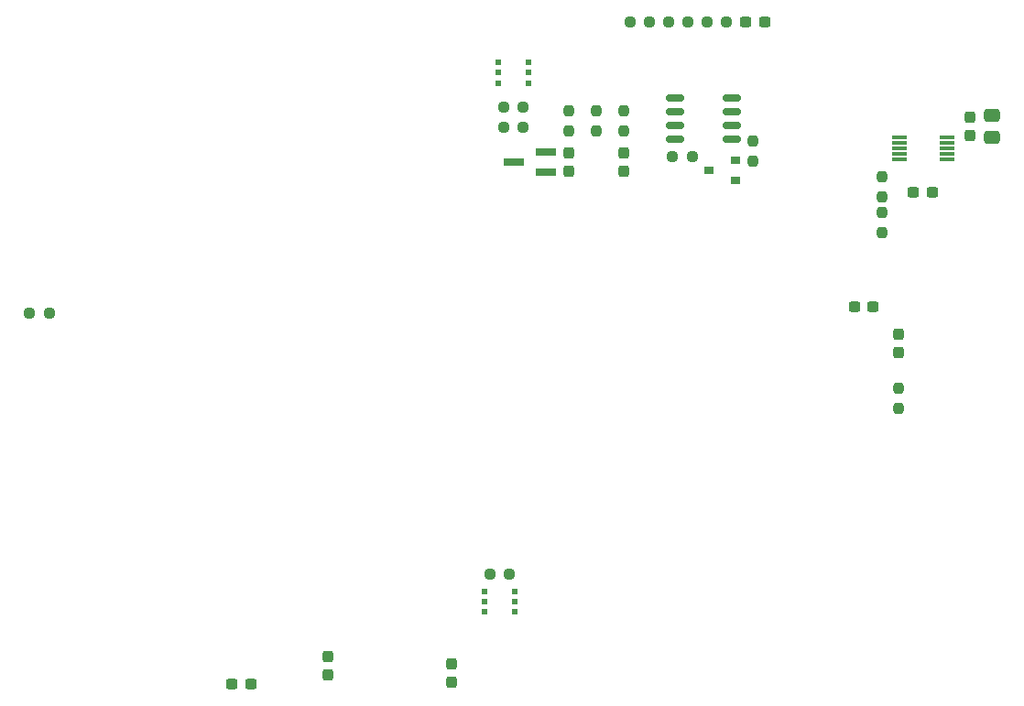
<source format=gbr>
%TF.GenerationSoftware,KiCad,Pcbnew,(6.0.7)*%
%TF.CreationDate,2023-06-24T17:20:50+09:00*%
%TF.ProjectId,motordriver,6d6f746f-7264-4726-9976-65722e6b6963,rev?*%
%TF.SameCoordinates,Original*%
%TF.FileFunction,Paste,Bot*%
%TF.FilePolarity,Positive*%
%FSLAX46Y46*%
G04 Gerber Fmt 4.6, Leading zero omitted, Abs format (unit mm)*
G04 Created by KiCad (PCBNEW (6.0.7)) date 2023-06-24 17:20:50*
%MOMM*%
%LPD*%
G01*
G04 APERTURE LIST*
G04 Aperture macros list*
%AMRoundRect*
0 Rectangle with rounded corners*
0 $1 Rounding radius*
0 $2 $3 $4 $5 $6 $7 $8 $9 X,Y pos of 4 corners*
0 Add a 4 corners polygon primitive as box body*
4,1,4,$2,$3,$4,$5,$6,$7,$8,$9,$2,$3,0*
0 Add four circle primitives for the rounded corners*
1,1,$1+$1,$2,$3*
1,1,$1+$1,$4,$5*
1,1,$1+$1,$6,$7*
1,1,$1+$1,$8,$9*
0 Add four rect primitives between the rounded corners*
20,1,$1+$1,$2,$3,$4,$5,0*
20,1,$1+$1,$4,$5,$6,$7,0*
20,1,$1+$1,$6,$7,$8,$9,0*
20,1,$1+$1,$8,$9,$2,$3,0*%
G04 Aperture macros list end*
%ADD10RoundRect,0.237500X-0.300000X-0.237500X0.300000X-0.237500X0.300000X0.237500X-0.300000X0.237500X0*%
%ADD11RoundRect,0.237500X-0.250000X-0.237500X0.250000X-0.237500X0.250000X0.237500X-0.250000X0.237500X0*%
%ADD12RoundRect,0.237500X-0.237500X0.300000X-0.237500X-0.300000X0.237500X-0.300000X0.237500X0.300000X0*%
%ADD13RoundRect,0.237500X0.300000X0.237500X-0.300000X0.237500X-0.300000X-0.237500X0.300000X-0.237500X0*%
%ADD14RoundRect,0.237500X0.237500X-0.300000X0.237500X0.300000X-0.237500X0.300000X-0.237500X-0.300000X0*%
%ADD15RoundRect,0.237500X0.237500X-0.250000X0.237500X0.250000X-0.237500X0.250000X-0.237500X-0.250000X0*%
%ADD16R,0.575000X0.620000*%
%ADD17RoundRect,0.150000X0.675000X0.150000X-0.675000X0.150000X-0.675000X-0.150000X0.675000X-0.150000X0*%
%ADD18RoundRect,0.237500X0.250000X0.237500X-0.250000X0.237500X-0.250000X-0.237500X0.250000X-0.237500X0*%
%ADD19RoundRect,0.250000X-0.475000X0.337500X-0.475000X-0.337500X0.475000X-0.337500X0.475000X0.337500X0*%
%ADD20R,0.900000X0.800000*%
%ADD21R,1.900000X0.800000*%
%ADD22RoundRect,0.237500X-0.237500X0.250000X-0.237500X-0.250000X0.237500X-0.250000X0.237500X0.250000X0*%
%ADD23R,1.400000X0.300000*%
G04 APERTURE END LIST*
D10*
%TO.C,C16*%
X56515001Y-119380000D03*
X58240001Y-119380000D03*
%TD*%
D11*
%TO.C,R19*%
X37822500Y-85090000D03*
X39647500Y-85090000D03*
%TD*%
D12*
%TO.C,C18*%
X65405000Y-116840001D03*
X65405000Y-118565001D03*
%TD*%
D13*
%TO.C,C7*%
X115797500Y-84455000D03*
X114072500Y-84455000D03*
%TD*%
D12*
%TO.C,C15*%
X76835000Y-117475001D03*
X76835000Y-119200001D03*
%TD*%
D14*
%TO.C,C31*%
X118110000Y-88746500D03*
X118110000Y-87021500D03*
%TD*%
D15*
%TO.C,R56*%
X118158345Y-93889641D03*
X118158345Y-92064641D03*
%TD*%
D16*
%TO.C,U10*%
X79892000Y-112710000D03*
X79892000Y-111760000D03*
X79892000Y-110810000D03*
X82668000Y-110810000D03*
X82668000Y-111760000D03*
X82668000Y-112710000D03*
%TD*%
D11*
%TO.C,R40*%
X80367500Y-109220000D03*
X82192500Y-109220000D03*
%TD*%
%TO.C,R9*%
X100433500Y-58166000D03*
X102258500Y-58166000D03*
%TD*%
D15*
%TO.C,R34*%
X90170000Y-68222500D03*
X90170000Y-66397500D03*
%TD*%
D11*
%TO.C,R10*%
X96877500Y-58166000D03*
X98702500Y-58166000D03*
%TD*%
D15*
%TO.C,R1*%
X116586000Y-77620500D03*
X116586000Y-75795500D03*
%TD*%
D11*
%TO.C,R38*%
X81628067Y-67935247D03*
X83453067Y-67935247D03*
%TD*%
D16*
%TO.C,U6*%
X83937290Y-61894497D03*
X83937290Y-62844497D03*
X83937290Y-63794497D03*
X81161290Y-63794497D03*
X81161290Y-62844497D03*
X81161290Y-61894497D03*
%TD*%
D15*
%TO.C,R4*%
X104648000Y-71016500D03*
X104648000Y-69191500D03*
%TD*%
D10*
%TO.C,C3*%
X119533500Y-73914000D03*
X121258500Y-73914000D03*
%TD*%
D17*
%TO.C,U1*%
X102701000Y-65151000D03*
X102701000Y-66421000D03*
X102701000Y-67691000D03*
X102701000Y-68961000D03*
X97451000Y-68961000D03*
X97451000Y-67691000D03*
X97451000Y-66421000D03*
X97451000Y-65151000D03*
%TD*%
D11*
%TO.C,R8*%
X93321500Y-58166000D03*
X95146500Y-58166000D03*
%TD*%
D15*
%TO.C,R33*%
X87630000Y-68222500D03*
X87630000Y-66397500D03*
%TD*%
D12*
%TO.C,C12*%
X87630000Y-70257500D03*
X87630000Y-71982500D03*
%TD*%
D18*
%TO.C,R6*%
X99060000Y-70612000D03*
X97235000Y-70612000D03*
%TD*%
D19*
%TO.C,C1*%
X126746000Y-66780500D03*
X126746000Y-68855500D03*
%TD*%
D20*
%TO.C,Q1*%
X103054000Y-70932000D03*
X103054000Y-72832000D03*
X100654000Y-71882000D03*
%TD*%
D21*
%TO.C,Q6*%
X85550000Y-70170000D03*
X85550000Y-72070000D03*
X82550000Y-71120000D03*
%TD*%
D15*
%TO.C,R2*%
X116586000Y-74318500D03*
X116586000Y-72493500D03*
%TD*%
D12*
%TO.C,C2*%
X124714000Y-66955500D03*
X124714000Y-68680500D03*
%TD*%
D22*
%TO.C,R28*%
X92710000Y-66397500D03*
X92710000Y-68222500D03*
%TD*%
D18*
%TO.C,R37*%
X83462500Y-66040000D03*
X81637500Y-66040000D03*
%TD*%
D23*
%TO.C,U2*%
X118196000Y-70850000D03*
X118196000Y-70350000D03*
X118196000Y-69850000D03*
X118196000Y-69350000D03*
X118196000Y-68850000D03*
X122596000Y-68850000D03*
X122596000Y-69350000D03*
X122596000Y-69850000D03*
X122596000Y-70350000D03*
X122596000Y-70850000D03*
%TD*%
D14*
%TO.C,C13*%
X92710000Y-71982500D03*
X92710000Y-70257500D03*
%TD*%
D10*
%TO.C,C4*%
X104039500Y-58166000D03*
X105764500Y-58166000D03*
%TD*%
M02*

</source>
